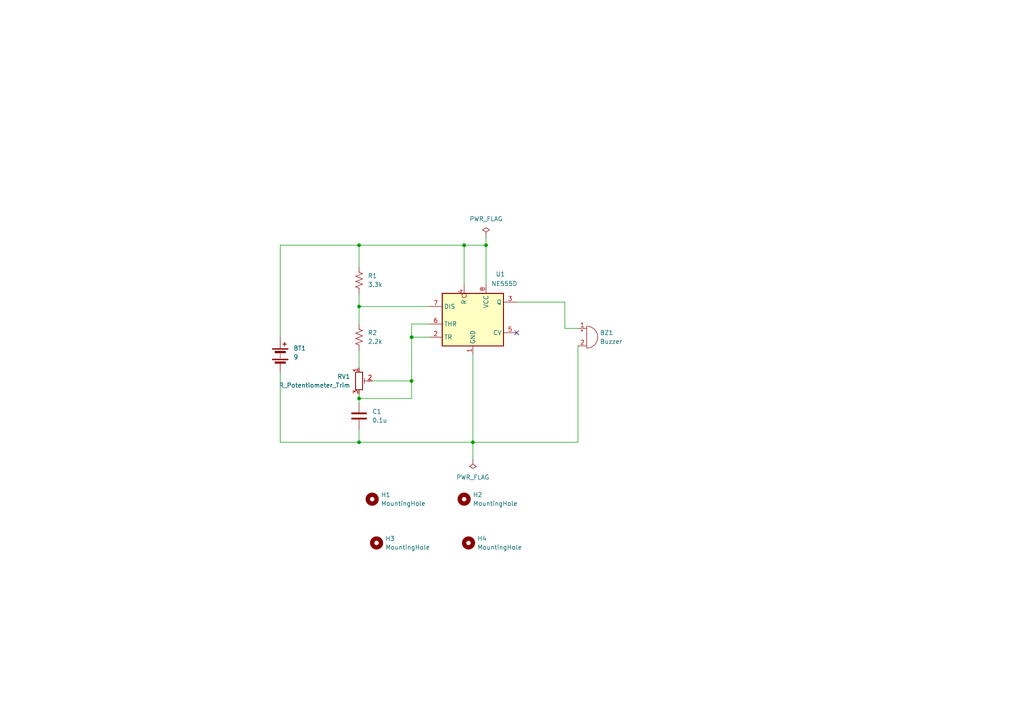
<source format=kicad_sch>
(kicad_sch (version 20250114) (generator "eeschema") (generator_version "9.0")
  (paper "A4")
  (lib_symbols
    (symbol "Device:Battery" (pin_numbers (hide yes)) (pin_names (offset 0) (hide yes))
      (property "Reference" "BT" (at 2.54 2.54 0))
      (property "Value" "Battery" (at 2.54 0 0))
      (symbol "Battery_0_1"
        (rectangle (start -2.286 1.778) (end 2.286 1.524) (fill (type outline)))
        (rectangle (start -2.286 -1.27) (end 2.286 -1.524) (fill (type outline)))
        (rectangle (start -1.524 1.016) (end 1.524 0.508) (fill (type outline)))
        (rectangle (start -1.524 -2.032) (end 1.524 -2.54) (fill (type outline)))
        (polyline (pts (xy 0 1.778) (xy 0 2.54)))
        (polyline (pts (xy 0 0) (xy 0 0.254)))
        (polyline (pts (xy 0 -0.508) (xy 0 -0.254)))
        (polyline (pts (xy 0 -1.016) (xy 0 -0.762)))
        (polyline (pts (xy 0.762 3.048) (xy 1.778 3.048)) (stroke (width 0.254)))
        (polyline (pts (xy 1.27 3.556) (xy 1.27 2.54)) (stroke (width 0.254)))
      )
      (symbol "Battery_1_1"
        (pin passive line (at 0 5.08 270) (length 2.54) (name "+") (number "1"))
        (pin passive line (at 0 -5.08 90) (length 2.54) (name "-") (number "2"))
      )
    )
    (symbol "Device:Buzzer" (pin_names (offset 0.0254) (hide yes))
      (property "Reference" "BZ" (at 3.81 1.27 0))
      (property "Value" "Buzzer" (at 3.81 -1.27 0))
      (symbol "Buzzer_0_1"
        (polyline (pts (xy -1.651 1.905) (xy -1.143 1.905)))
        (polyline (pts (xy -1.397 2.159) (xy -1.397 1.651)))
        (arc (start 0 3.175) (mid 3.1612 0) (end 0 -3.175))
        (polyline (pts (xy 0 3.175) (xy 0 -3.175)))
      )
      (symbol "Buzzer_1_1"
        (pin passive line (at -2.54 2.54 0) (length 2.54) (name "+") (number "1"))
        (pin passive line (at -2.54 -2.54 0) (length 2.54) (name "-") (number "2"))
      )
    )
    (symbol "Device:C" (pin_numbers (hide yes)) (pin_names (offset 0.254))
      (property "Reference" "C" (at 0.635 2.54 0))
      (property "Value" "C" (at 0.635 -2.54 0))
      (symbol "C_0_1"
        (polyline (pts (xy -2.032 0.762) (xy 2.032 0.762)) (stroke (width 0.508)))
        (polyline (pts (xy -2.032 -0.762) (xy 2.032 -0.762)) (stroke (width 0.508)))
      )
      (symbol "C_1_1"
        (pin passive line (at 0 3.81 270) (length 2.794) (name "~") (number "1"))
        (pin passive line (at 0 -3.81 90) (length 2.794) (name "~") (number "2"))
      )
    )
    (symbol "Device:R_Potentiometer_Trim" (pin_names (offset 1.016) (hide yes))
      (property "Reference" "RV" (at -4.445 0 90))
      (property "Value" "R_Potentiometer_Trim" (at -2.54 0 90))
      (symbol "R_Potentiometer_Trim_0_1"
        (rectangle (start 1.016 2.54) (end -1.016 -2.54) (stroke (width 0.254)))
        (polyline (pts (xy 1.524 0.762) (xy 1.524 -0.762)))
        (polyline (pts (xy 2.54 0) (xy 1.524 0)))
      )
      (symbol "R_Potentiometer_Trim_1_1"
        (pin passive line (at 0 3.81 270) (length 1.27) (name "1") (number "1"))
        (pin passive line (at 0 -3.81 90) (length 1.27) (name "3") (number "3"))
        (pin passive line (at 3.81 0 180) (length 1.27) (name "2") (number "2"))
      )
    )
    (symbol "Device:R_US" (pin_numbers (hide yes)) (pin_names (offset 0))
      (property "Reference" "R" (at 2.54 0 90))
      (property "Value" "R_US" (at -2.54 0 90))
      (symbol "R_US_0_1"
        (polyline (pts (xy 0 2.286) (xy 0 2.54)))
        (polyline (pts (xy 0 2.286) (xy 1.016 1.905) (xy 0 1.524) (xy -1.016 1.143) (xy 0 0.762)))
        (polyline (pts (xy 0 0.762) (xy 1.016 0.381) (xy 0 0) (xy -1.016 -0.381) (xy 0 -0.762)))
        (polyline (pts (xy 0 -0.762) (xy 1.016 -1.143) (xy 0 -1.524) (xy -1.016 -1.905) (xy 0 -2.286)))
        (polyline (pts (xy 0 -2.286) (xy 0 -2.54)))
      )
      (symbol "R_US_1_1"
        (pin passive line (at 0 3.81 270) (length 1.27) (name "~") (number "1"))
        (pin passive line (at 0 -3.81 90) (length 1.27) (name "~") (number "2"))
      )
    )
    (symbol "Mechanical:MountingHole" (pin_names (offset 1.016)) (in_bom no)
      (property "Reference" "H" (at 0 5.08 0))
      (property "Value" "MountingHole" (at 0 3.175 0))
      (symbol "MountingHole_0_1"
        (circle (center 0 0) (radius 1.27) (stroke (width 1.27)))
      )
    )
    (symbol "Timer:NE555D"
      (property "Reference" "U1" (at 6.604 13.208 0))
      (property "Value" "NE555D" (at 5.334 10.414 0))
      (symbol "NE555D_0_0"
        (pin power_in line (at 0 -10.16 90) (length 2.54) (name "GND") (number "1"))
        (pin power_in line (at 3.81 10.16 270) (length 2.54) (name "VCC") (number "8"))
      )
      (symbol "NE555D_0_1"
        (rectangle (start -8.89 -7.62) (end 8.89 7.62) (stroke (width 0.254)) (fill (type background)))
        (rectangle (start -8.89 -7.62) (end 8.89 7.62) (stroke (width 0.254)) (fill (type background)))
      )
      (symbol "NE555D_1_1"
        (pin input line (at -12.7 3.81 0) (length 3.81) (name "DIS") (number "7"))
        (pin input line (at -12.7 -1.27 0) (length 3.81) (name "THR") (number "6"))
        (pin input line (at -12.7 -5.08 0) (length 3.81) (name "TR") (number "2"))
        (pin input inverted (at -2.54 10.16 270) (length 3.81) (name "R") (number "4"))
        (pin output line (at 12.7 5.08 180) (length 3.81) (name "Q") (number "3"))
        (pin input line (at 12.7 -3.81 180) (length 3.81) (name "CV") (number "5"))
      )
    )
    (symbol "power:PWR_FLAG" (power) (pin_numbers (hide yes)) (pin_names (offset 0) (hide yes))
      (property "Value" "PWR_FLAG" (at 0 3.81 0))
      (symbol "PWR_FLAG_0_0"
        (pin power_out line (at 0 0 90) (length 0) (name "~") (number "1"))
      )
      (symbol "PWR_FLAG_0_1"
        (polyline (pts (xy 0 0) (xy 0 1.27) (xy -1.016 1.905) (xy 0 2.54) (xy 1.016 1.905) (xy 0 1.27)))
      )
    )
  )
  (junction (at 134.62 71.12))
  (junction (at 104.14 88.9))
  (junction (at 104.14 71.12))
  (junction (at 140.97 71.12))
  (junction (at 104.14 115.57))
  (junction (at 119.38 110.49))
  (junction (at 119.38 97.79))
  (junction (at 137.16 128.27))
  (junction (at 104.14 128.27))
  (no_connect (at 149.86 96.52))
  (wire (pts (xy 119.38 97.79) (xy 119.38 93.98)))
  (wire (pts (xy 149.86 87.63) (xy 163.83 87.63)))
  (wire (pts (xy 163.83 87.63) (xy 163.83 95.25)))
  (wire (pts (xy 137.16 128.27) (xy 167.64 128.27)))
  (wire (pts (xy 140.97 82.55) (xy 140.97 71.12)))
  (wire (pts (xy 119.38 110.49) (xy 119.38 97.79)))
  (wire (pts (xy 134.62 71.12) (xy 140.97 71.12)))
  (wire (pts (xy 163.83 95.25) (xy 167.64 95.25)))
  (wire (pts (xy 107.95 110.49) (xy 119.38 110.49)))
  (wire (pts (xy 104.14 88.9) (xy 124.46 88.9)))
  (wire (pts (xy 104.14 71.12) (xy 104.14 77.47)))
  (wire (pts (xy 134.62 82.55) (xy 134.62 71.12)))
  (wire (pts (xy 104.14 85.09) (xy 104.14 88.9)))
  (wire (pts (xy 104.14 88.9) (xy 104.14 93.98)))
  (wire (pts (xy 81.28 107.95) (xy 81.28 128.27)))
  (wire (pts (xy 119.38 115.57) (xy 119.38 110.49)))
  (wire (pts (xy 167.64 100.33) (xy 167.64 128.27)))
  (wire (pts (xy 104.14 115.57) (xy 104.14 116.84)))
  (wire (pts (xy 104.14 124.46) (xy 104.14 128.27)))
  (wire (pts (xy 81.28 128.27) (xy 104.14 128.27)))
  (wire (pts (xy 104.14 115.57) (xy 119.38 115.57)))
  (wire (pts (xy 81.28 71.12) (xy 104.14 71.12)))
  (wire (pts (xy 104.14 71.12) (xy 134.62 71.12)))
  (wire (pts (xy 104.14 114.3) (xy 104.14 115.57)))
  (wire (pts (xy 119.38 93.98) (xy 124.46 93.98)))
  (wire (pts (xy 124.46 97.79) (xy 119.38 97.79)))
  (wire (pts (xy 81.28 97.79) (xy 81.28 71.12)))
  (wire (pts (xy 137.16 128.27) (xy 137.16 133.35)))
  (wire (pts (xy 140.97 68.58) (xy 140.97 71.12)))
  (wire (pts (xy 104.14 101.6) (xy 104.14 106.68)))
  (wire (pts (xy 137.16 102.87) (xy 137.16 128.27)))
  (wire (pts (xy 104.14 128.27) (xy 137.16 128.27)))
  (symbol (lib_id "Device:Buzzer") (at 170.18 97.79 0) (unit 1)
    (property "Reference" "BZ1" (at 173.99 96.5199 0) (effects (justify left)))
    (property "Value" "Buzzer" (at 173.99 99.0599 0) (effects (justify left)))
    (property "Footprint" "Buzzer_Beeper:Buzzer_D14mm_H7mm_P10mm" (effects (hide yes)))
    (property "Description" "Buzzer, polarized" (effects (hide yes)))
  )
  (symbol (lib_id "Device:C") (at 104.14 120.65 0) (unit 1)
    (property "Reference" "C1" (at 107.95 119.3799 0) (effects (justify left)))
    (property "Value" "0.1u" (at 107.95 121.9199 0) (effects (justify left)))
    (property "Footprint" "Capacitor_THT:CP_Radial_D4.0mm_P1.50mm" (effects (hide yes)))
    (property "Description" "Unpolarized capacitor" (effects (hide yes)))
  )
  (symbol (lib_id "power:PWR_FLAG") (at 140.97 68.58 0) (unit 1)
    (property "Reference" "#FLG01" (effects (hide yes)))
    (property "Value" "PWR_FLAG" (at 140.97 63.5 0))
    (property "Description" "Special symbol for telling ERC where power comes from" (effects (hide yes)))
  )
  (symbol (lib_id "Device:R_Potentiometer_Trim") (at 104.14 110.49 0) (unit 1)
    (property "Reference" "RV1" (at 101.6 109.2199 0) (effects (justify right)))
    (property "Value" "R_Potentiometer_Trim" (at 101.6 111.7599 0) (effects (justify right)))
    (property "Footprint" "Potentiometer_THT:Potentiometer_ACP_CA14-H2,5_Horizontal" (effects (hide yes)))
    (property "Description" "Trim-potentiometer" (effects (hide yes)))
  )
  (symbol (lib_id "Mechanical:MountingHole") (at 135.89 157.48 0) (unit 1) (in_bom no)
    (property "Reference" "H4" (at 138.43 156.2099 0) (effects (justify left)))
    (property "Value" "MountingHole" (at 138.43 158.7499 0) (effects (justify left)))
    (property "Footprint" "MountingHole:MountingHole_3.2mm_M3_Pad_TopOnly" (effects (hide yes)))
    (property "Description" "Mounting Hole without connection" (effects (hide yes)))
  )
  (symbol (lib_id "Timer:NE555D") (at 137.16 92.71 0) (unit 1)
    (property "Reference" "U1" (at 143.764 79.502 0) (effects (justify left)))
    (property "Value" "NE555D" (at 142.494 82.296 0) (effects (justify left)))
    (property "Footprint" "Package_SO:SOIC-8_3.9x4.9mm_P1.27mm" (effects (hide yes)))
    (property "Datasheet" "http://www.ti.com/lit/ds/symlink/ne555.pdf" (effects (hide yes)))
    (property "Description" "Precision Timers, 555 compatible, SOIC-8" (effects (hide yes)))
  )
  (symbol (lib_id "power:PWR_FLAG") (at 137.16 133.35 180) (unit 1)
    (property "Reference" "#FLG02" (effects (hide yes)))
    (property "Value" "PWR_FLAG" (at 137.16 138.43 0))
    (property "Description" "Special symbol for telling ERC where power comes from" (effects (hide yes)))
  )
  (symbol (lib_id "Mechanical:MountingHole") (at 109.22 157.48 0) (unit 1) (in_bom no)
    (property "Reference" "H3" (at 111.76 156.2099 0) (effects (justify left)))
    (property "Value" "MountingHole" (at 111.76 158.7499 0) (effects (justify left)))
    (property "Footprint" "MountingHole:MountingHole_3.2mm_M3_Pad_TopOnly" (effects (hide yes)))
    (property "Description" "Mounting Hole without connection" (effects (hide yes)))
  )
  (symbol (lib_id "Mechanical:MountingHole") (at 107.95 144.78 0) (unit 1) (in_bom no)
    (property "Reference" "H1" (at 110.49 143.5099 0) (effects (justify left)))
    (property "Value" "MountingHole" (at 110.49 146.0499 0) (effects (justify left)))
    (property "Footprint" "MountingHole:MountingHole_3.2mm_M3_Pad_TopOnly" (effects (hide yes)))
    (property "Description" "Mounting Hole without connection" (effects (hide yes)))
  )
  (symbol (lib_id "Device:Battery") (at 81.28 102.87 0) (unit 1)
    (property "Reference" "BT1" (at 85.09 101.0284 0) (effects (justify left)))
    (property "Value" "9" (at 85.09 103.5684 0) (effects (justify left)))
    (property "Footprint" "Battery:Battery_Panasonic_CR2032-HFN_Horizontal_CircularHoles" (effects (hide yes)))
    (property "Description" "Multiple-cell battery" (effects (hide yes)))
  )
  (symbol (lib_id "Mechanical:MountingHole") (at 134.62 144.78 0) (unit 1) (in_bom no)
    (property "Reference" "H2" (at 137.16 143.5099 0) (effects (justify left)))
    (property "Value" "MountingHole" (at 137.16 146.0499 0) (effects (justify left)))
    (property "Footprint" "MountingHole:MountingHole_3.2mm_M3_Pad_TopOnly" (effects (hide yes)))
    (property "Description" "Mounting Hole without connection" (effects (hide yes)))
  )
  (symbol (lib_id "Device:R_US") (at 104.14 81.28 0) (unit 1)
    (property "Reference" "R1" (at 106.68 80.0099 0) (effects (justify left)))
    (property "Value" "3.3k" (at 106.68 82.5499 0) (effects (justify left)))
    (property "Footprint" "Resistor_THT:R_Axial_DIN0204_L3.6mm_D1.6mm_P7.62mm_Horizontal" (effects (hide yes)))
    (property "Description" "Resistor, US symbol" (effects (hide yes)))
  )
  (symbol (lib_id "Device:R_US") (at 104.14 97.79 0) (unit 1)
    (property "Reference" "R2" (at 106.68 96.5199 0) (effects (justify left)))
    (property "Value" "2.2k" (at 106.68 99.0599 0) (effects (justify left)))
    (property "Footprint" "Resistor_THT:R_Axial_DIN0204_L3.6mm_D1.6mm_P7.62mm_Horizontal" (effects (hide yes)))
    (property "Description" "Resistor, US symbol" (effects (hide yes)))
  )
)
</source>
